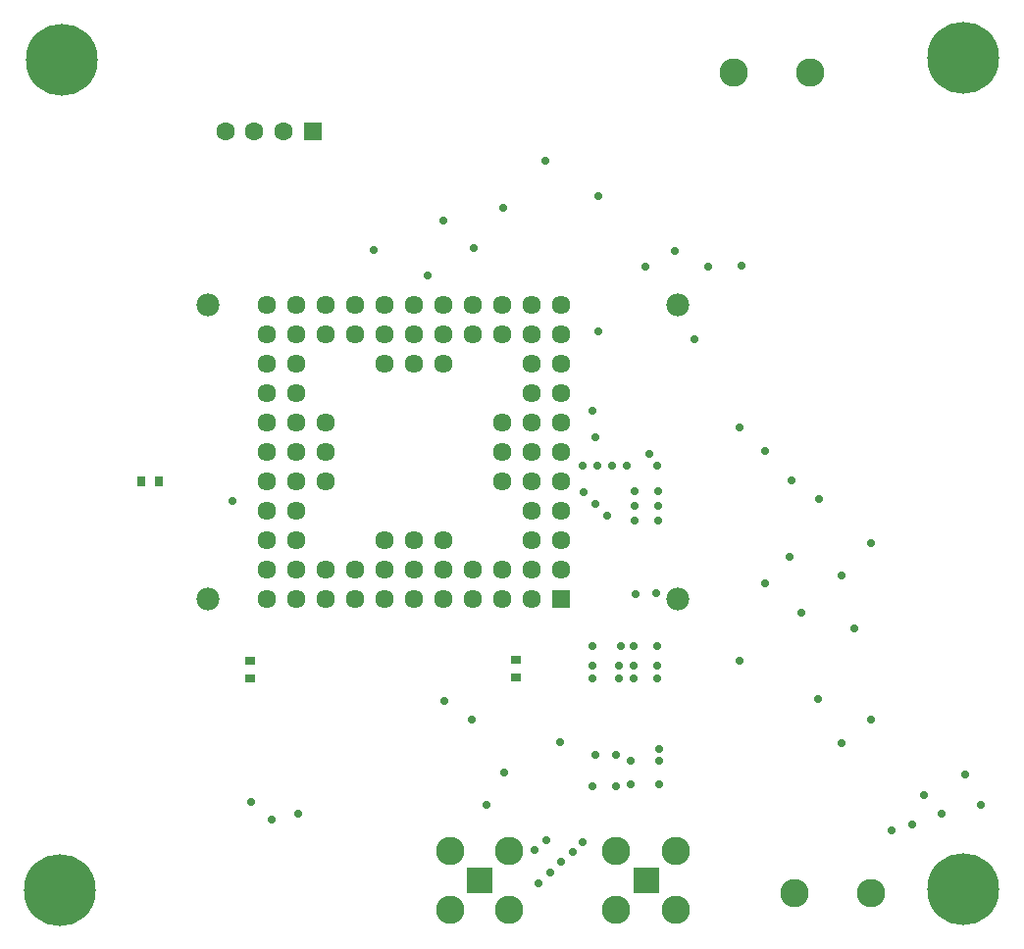
<source format=gts>
G04*
G04 #@! TF.GenerationSoftware,Altium Limited,Altium Designer,25.4.2 (15)*
G04*
G04 Layer_Color=8388736*
%FSLAX44Y44*%
%MOMM*%
G71*
G04*
G04 #@! TF.SameCoordinates,3376916D-7717-44A7-936A-FC15E23AF39E*
G04*
G04*
G04 #@! TF.FilePolarity,Negative*
G04*
G01*
G75*
%ADD18R,0.9000X0.8000*%
%ADD19R,0.8000X0.9000*%
%ADD20C,2.4500*%
%ADD21R,2.3000X2.3000*%
%ADD22C,1.6112*%
%ADD23C,1.9832*%
%ADD24R,1.6112X1.6112*%
%ADD25C,1.6032*%
%ADD26R,1.6032X1.6032*%
%ADD27C,6.2032*%
%ADD28C,0.7032*%
D18*
X425450Y231020D02*
D03*
Y216020D02*
D03*
X195580Y214750D02*
D03*
Y229750D02*
D03*
D19*
X101720Y384810D02*
D03*
X116720D02*
D03*
D20*
X368300Y15040D02*
D03*
Y66040D02*
D03*
X419300Y15040D02*
D03*
Y66040D02*
D03*
X511810Y15240D02*
D03*
Y66240D02*
D03*
X562810Y15240D02*
D03*
Y66240D02*
D03*
X731520Y29210D02*
D03*
X679450Y737870D02*
D03*
X613410D02*
D03*
X665480Y29210D02*
D03*
D21*
X393800Y40540D02*
D03*
X537310Y40740D02*
D03*
D22*
X413350Y435610D02*
D03*
Y410210D02*
D03*
Y384810D02*
D03*
X210150Y537210D02*
D03*
X235550D02*
D03*
X260950D02*
D03*
X286350D02*
D03*
X311750D02*
D03*
X337150D02*
D03*
X362550D02*
D03*
X387950D02*
D03*
X413350D02*
D03*
X438750D02*
D03*
X210150Y511810D02*
D03*
X235550D02*
D03*
X260950D02*
D03*
X286350D02*
D03*
X311750D02*
D03*
X337150D02*
D03*
X362550D02*
D03*
X387950D02*
D03*
X413350D02*
D03*
X438750D02*
D03*
X210150Y486410D02*
D03*
X235550D02*
D03*
X311750D02*
D03*
X337150D02*
D03*
X362550D02*
D03*
X438750D02*
D03*
X210150Y461010D02*
D03*
X235550D02*
D03*
X438750D02*
D03*
X210150Y435610D02*
D03*
X235550D02*
D03*
X260950D02*
D03*
X438750D02*
D03*
X210150Y410210D02*
D03*
X235550D02*
D03*
X260950D02*
D03*
X438750D02*
D03*
X210150Y384810D02*
D03*
X235550D02*
D03*
X260950D02*
D03*
X438750D02*
D03*
X210150Y359410D02*
D03*
X235550D02*
D03*
X438750D02*
D03*
X210150Y334010D02*
D03*
X235550D02*
D03*
X311750D02*
D03*
X337150D02*
D03*
X362550D02*
D03*
X438750D02*
D03*
X210150Y308610D02*
D03*
X235550D02*
D03*
X260950D02*
D03*
X286350D02*
D03*
X311750D02*
D03*
X337150D02*
D03*
X362550D02*
D03*
X387950D02*
D03*
X413350D02*
D03*
X438750D02*
D03*
X464150Y537210D02*
D03*
Y511810D02*
D03*
Y486410D02*
D03*
Y461010D02*
D03*
Y435610D02*
D03*
Y410210D02*
D03*
Y384810D02*
D03*
Y359410D02*
D03*
Y334010D02*
D03*
Y308610D02*
D03*
X210150Y283210D02*
D03*
X235550D02*
D03*
X260950D02*
D03*
X286350D02*
D03*
X311750D02*
D03*
X438750D02*
D03*
X413350D02*
D03*
X387950D02*
D03*
X362550D02*
D03*
X337150D02*
D03*
D23*
X159150Y537210D02*
D03*
Y283210D02*
D03*
X565150Y537210D02*
D03*
Y283210D02*
D03*
D24*
X464150D02*
D03*
D25*
X174390Y687070D02*
D03*
X224390D02*
D03*
X199390D02*
D03*
D26*
X249390D02*
D03*
D27*
X33020Y749300D02*
D03*
X31750Y31750D02*
D03*
X811530Y33020D02*
D03*
Y750570D02*
D03*
D28*
X527181Y376947D02*
D03*
Y364247D02*
D03*
Y351547D02*
D03*
X528451Y288047D02*
D03*
X527050Y242570D02*
D03*
Y214630D02*
D03*
X482600Y73660D02*
D03*
X451622Y75504D02*
D03*
X441462Y66614D02*
D03*
X474482Y65344D02*
D03*
X464322Y56454D02*
D03*
X749300Y83820D02*
D03*
X214630Y92670D02*
D03*
X767080Y88900D02*
D03*
X237490Y97790D02*
D03*
X792480D02*
D03*
X826770Y105410D02*
D03*
X399782Y105370D02*
D03*
X444500Y38100D02*
D03*
X454660Y46990D02*
D03*
X511810Y148590D02*
D03*
X491490Y121920D02*
D03*
X547370Y398780D02*
D03*
X520700D02*
D03*
X508000D02*
D03*
X495300D02*
D03*
X482600D02*
D03*
X483870Y375920D02*
D03*
X494030Y365760D02*
D03*
X504190Y355600D02*
D03*
X524510Y123190D02*
D03*
X548640D02*
D03*
X511810Y121920D02*
D03*
X494030Y148590D02*
D03*
X524510Y143510D02*
D03*
X548640D02*
D03*
Y153670D02*
D03*
X491490Y242570D02*
D03*
Y226060D02*
D03*
Y214630D02*
D03*
X514350D02*
D03*
Y226060D02*
D03*
X515620Y242570D02*
D03*
X527050Y226060D02*
D03*
X547370Y214630D02*
D03*
Y226060D02*
D03*
Y242570D02*
D03*
X546100Y288290D02*
D03*
X539870Y408775D02*
D03*
X547501Y376947D02*
D03*
Y364247D02*
D03*
Y351547D02*
D03*
X180340Y368300D02*
D03*
X196850Y107950D02*
D03*
X777240Y114300D02*
D03*
X388620Y586740D02*
D03*
X414020Y621030D02*
D03*
X302593Y584603D02*
D03*
X450850Y661670D02*
D03*
X590868Y570230D02*
D03*
X619760Y571500D02*
D03*
X496570Y631190D02*
D03*
X579120Y508000D02*
D03*
X562610Y584409D02*
D03*
X537210Y570230D02*
D03*
X349250Y562610D02*
D03*
X496570Y514350D02*
D03*
X362550Y609987D02*
D03*
X671830Y271780D02*
D03*
X494030Y422910D02*
D03*
X491490Y445770D02*
D03*
X618490Y431800D02*
D03*
Y229870D02*
D03*
X717550Y257810D02*
D03*
X706120Y303530D02*
D03*
X662940Y386080D02*
D03*
X640080Y411480D02*
D03*
Y297180D02*
D03*
X661670Y320040D02*
D03*
X415290Y133350D02*
D03*
X812800Y132080D02*
D03*
X687070Y369570D02*
D03*
X685800Y196850D02*
D03*
X363220Y195580D02*
D03*
X731520Y331470D02*
D03*
Y179070D02*
D03*
X387350D02*
D03*
X706120Y158750D02*
D03*
X463550Y160020D02*
D03*
M02*

</source>
